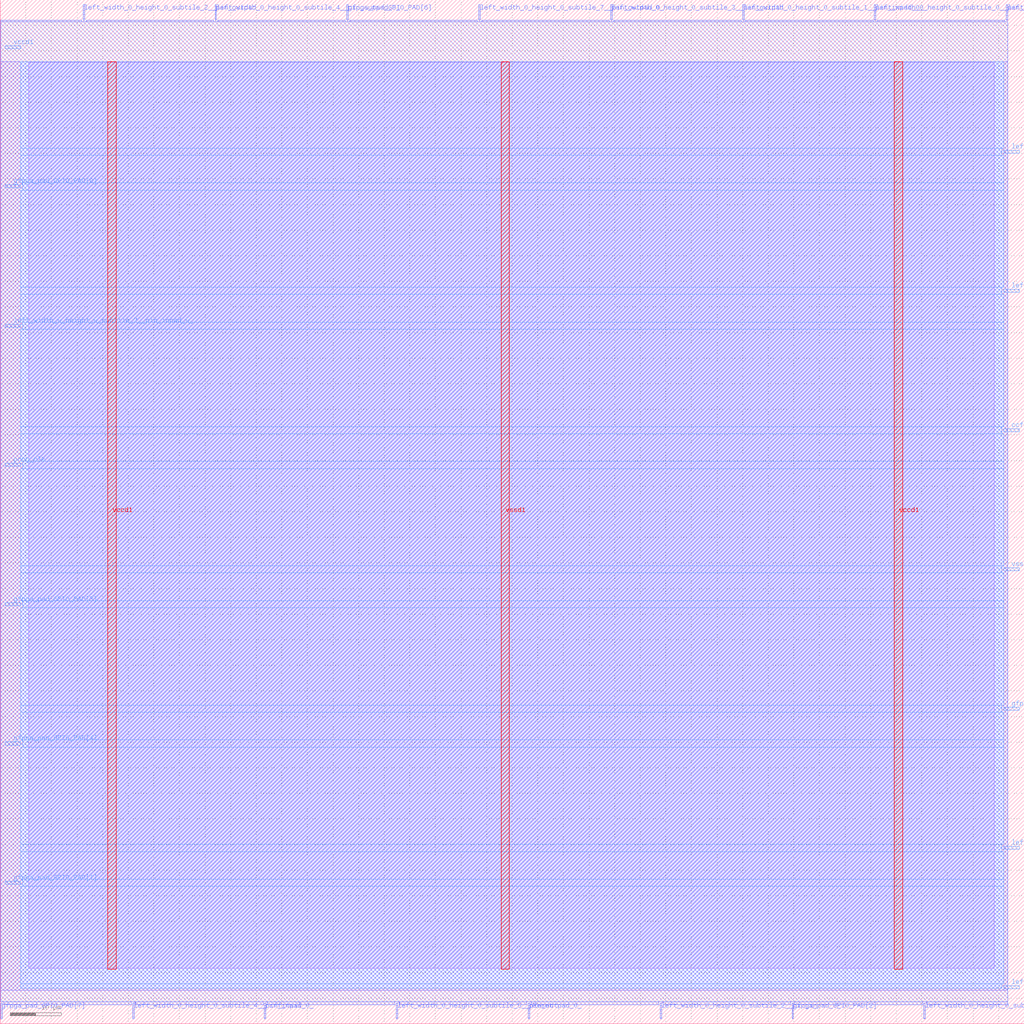
<source format=lef>
VERSION 5.7 ;
  NOWIREEXTENSIONATPIN ON ;
  DIVIDERCHAR "/" ;
  BUSBITCHARS "[]" ;
MACRO grid_io_right
  CLASS BLOCK ;
  FOREIGN grid_io_right ;
  ORIGIN 0.000 0.000 ;
  SIZE 200.000 BY 200.000 ;
  PIN ccff_head
    DIRECTION INPUT ;
    USE SIGNAL ;
    PORT
      LAYER met3 ;
        RECT 196.000 115.640 199.000 116.240 ;
    END
  END ccff_head
  PIN ccff_tail
    DIRECTION OUTPUT TRISTATE ;
    USE SIGNAL ;
    PORT
      LAYER met2 ;
        RECT 51.610 1.000 51.890 4.000 ;
    END
  END ccff_tail
  PIN gfpga_pad_GPIO_PAD[0]
    DIRECTION INOUT ;
    USE SIGNAL ;
    PORT
      LAYER met3 ;
        RECT 1.000 163.240 4.000 163.840 ;
    END
  END gfpga_pad_GPIO_PAD[0]
  PIN gfpga_pad_GPIO_PAD[1]
    DIRECTION INOUT ;
    USE SIGNAL ;
    PORT
      LAYER met3 ;
        RECT 1.000 27.240 4.000 27.840 ;
    END
  END gfpga_pad_GPIO_PAD[1]
  PIN gfpga_pad_GPIO_PAD[2]
    DIRECTION INOUT ;
    USE SIGNAL ;
    PORT
      LAYER met2 ;
        RECT 154.650 1.000 154.930 4.000 ;
    END
  END gfpga_pad_GPIO_PAD[2]
  PIN gfpga_pad_GPIO_PAD[3]
    DIRECTION INOUT ;
    USE SIGNAL ;
    PORT
      LAYER met3 ;
        RECT 1.000 81.640 4.000 82.240 ;
    END
  END gfpga_pad_GPIO_PAD[3]
  PIN gfpga_pad_GPIO_PAD[4]
    DIRECTION INOUT ;
    USE SIGNAL ;
    PORT
      LAYER met3 ;
        RECT 1.000 54.440 4.000 55.040 ;
    END
  END gfpga_pad_GPIO_PAD[4]
  PIN gfpga_pad_GPIO_PAD[5]
    DIRECTION INOUT ;
    USE SIGNAL ;
    PORT
      LAYER met3 ;
        RECT 196.000 61.240 199.000 61.840 ;
    END
  END gfpga_pad_GPIO_PAD[5]
  PIN gfpga_pad_GPIO_PAD[6]
    DIRECTION INOUT ;
    USE SIGNAL ;
    PORT
      LAYER met2 ;
        RECT 67.710 196.000 67.990 199.000 ;
    END
  END gfpga_pad_GPIO_PAD[6]
  PIN gfpga_pad_GPIO_PAD[7]
    DIRECTION INOUT ;
    USE SIGNAL ;
    PORT
      LAYER met2 ;
        RECT 0.090 1.000 0.370 4.000 ;
    END
  END gfpga_pad_GPIO_PAD[7]
  PIN left_width_0_height_0_subtile_0__pin_inpad_0_
    DIRECTION OUTPUT TRISTATE ;
    USE SIGNAL ;
    PORT
      LAYER met2 ;
        RECT 170.750 196.000 171.030 199.000 ;
    END
  END left_width_0_height_0_subtile_0__pin_inpad_0_
  PIN left_width_0_height_0_subtile_0__pin_outpad_0_
    DIRECTION INPUT ;
    USE SIGNAL ;
    PORT
      LAYER met2 ;
        RECT 196.510 196.000 196.790 199.000 ;
    END
  END left_width_0_height_0_subtile_0__pin_outpad_0_
  PIN left_width_0_height_0_subtile_1__pin_inpad_0_
    DIRECTION OUTPUT TRISTATE ;
    USE SIGNAL ;
    PORT
      LAYER met2 ;
        RECT 144.990 196.000 145.270 199.000 ;
    END
  END left_width_0_height_0_subtile_1__pin_inpad_0_
  PIN left_width_0_height_0_subtile_1__pin_outpad_0_
    DIRECTION INPUT ;
    USE SIGNAL ;
    PORT
      LAYER met3 ;
        RECT 196.000 6.840 199.000 7.440 ;
    END
  END left_width_0_height_0_subtile_1__pin_outpad_0_
  PIN left_width_0_height_0_subtile_2__pin_inpad_0_
    DIRECTION OUTPUT TRISTATE ;
    USE SIGNAL ;
    PORT
      LAYER met2 ;
        RECT 128.890 1.000 129.170 4.000 ;
    END
  END left_width_0_height_0_subtile_2__pin_inpad_0_
  PIN left_width_0_height_0_subtile_2__pin_outpad_0_
    DIRECTION INPUT ;
    USE SIGNAL ;
    PORT
      LAYER met2 ;
        RECT 16.190 196.000 16.470 199.000 ;
    END
  END left_width_0_height_0_subtile_2__pin_outpad_0_
  PIN left_width_0_height_0_subtile_3__pin_inpad_0_
    DIRECTION OUTPUT TRISTATE ;
    USE SIGNAL ;
    PORT
      LAYER met2 ;
        RECT 180.410 1.000 180.690 4.000 ;
    END
  END left_width_0_height_0_subtile_3__pin_inpad_0_
  PIN left_width_0_height_0_subtile_3__pin_outpad_0_
    DIRECTION INPUT ;
    USE SIGNAL ;
    PORT
      LAYER met2 ;
        RECT 119.230 196.000 119.510 199.000 ;
    END
  END left_width_0_height_0_subtile_3__pin_outpad_0_
  PIN left_width_0_height_0_subtile_4__pin_inpad_0_
    DIRECTION OUTPUT TRISTATE ;
    USE SIGNAL ;
    PORT
      LAYER met2 ;
        RECT 25.850 1.000 26.130 4.000 ;
    END
  END left_width_0_height_0_subtile_4__pin_inpad_0_
  PIN left_width_0_height_0_subtile_4__pin_outpad_0_
    DIRECTION INPUT ;
    USE SIGNAL ;
    PORT
      LAYER met2 ;
        RECT 41.950 196.000 42.230 199.000 ;
    END
  END left_width_0_height_0_subtile_4__pin_outpad_0_
  PIN left_width_0_height_0_subtile_5__pin_inpad_0_
    DIRECTION OUTPUT TRISTATE ;
    USE SIGNAL ;
    PORT
      LAYER met3 ;
        RECT 196.000 34.040 199.000 34.640 ;
    END
  END left_width_0_height_0_subtile_5__pin_inpad_0_
  PIN left_width_0_height_0_subtile_5__pin_outpad_0_
    DIRECTION INPUT ;
    USE SIGNAL ;
    PORT
      LAYER met2 ;
        RECT 77.370 1.000 77.650 4.000 ;
    END
  END left_width_0_height_0_subtile_5__pin_outpad_0_
  PIN left_width_0_height_0_subtile_6__pin_inpad_0_
    DIRECTION OUTPUT TRISTATE ;
    USE SIGNAL ;
    PORT
      LAYER met3 ;
        RECT 196.000 142.840 199.000 143.440 ;
    END
  END left_width_0_height_0_subtile_6__pin_inpad_0_
  PIN left_width_0_height_0_subtile_6__pin_outpad_0_
    DIRECTION INPUT ;
    USE SIGNAL ;
    PORT
      LAYER met3 ;
        RECT 196.000 170.040 199.000 170.640 ;
    END
  END left_width_0_height_0_subtile_6__pin_outpad_0_
  PIN left_width_0_height_0_subtile_7__pin_inpad_0_
    DIRECTION OUTPUT TRISTATE ;
    USE SIGNAL ;
    PORT
      LAYER met3 ;
        RECT 1.000 136.040 4.000 136.640 ;
    END
  END left_width_0_height_0_subtile_7__pin_inpad_0_
  PIN left_width_0_height_0_subtile_7__pin_outpad_0_
    DIRECTION INPUT ;
    USE SIGNAL ;
    PORT
      LAYER met2 ;
        RECT 93.470 196.000 93.750 199.000 ;
    END
  END left_width_0_height_0_subtile_7__pin_outpad_0_
  PIN pReset
    DIRECTION INPUT ;
    USE SIGNAL ;
    PORT
      LAYER met2 ;
        RECT 103.130 1.000 103.410 4.000 ;
    END
  END pReset
  PIN prog_clk
    DIRECTION INPUT ;
    USE SIGNAL ;
    PORT
      LAYER met3 ;
        RECT 1.000 108.840 4.000 109.440 ;
    END
  END prog_clk
  PIN vccd1
    DIRECTION INOUT ;
    USE SIGNAL ;
    PORT
      LAYER met3 ;
        RECT 1.000 190.440 4.000 191.040 ;
    END
    PORT
      LAYER met4 ;
        RECT 21.040 10.640 22.640 187.920 ;
    END
    PORT
      LAYER met4 ;
        RECT 174.640 10.640 176.240 187.920 ;
    END
  END vccd1
  PIN vssd1
    DIRECTION INOUT ;
    USE SIGNAL ;
    PORT
      LAYER met3 ;
        RECT 196.000 88.440 199.000 89.040 ;
    END
    PORT
      LAYER met4 ;
        RECT 97.840 10.640 99.440 187.920 ;
    END
  END vssd1
  OBS
      LAYER li1 ;
        RECT 5.520 10.795 194.120 187.765 ;
      LAYER met1 ;
        RECT 0.070 6.500 196.810 187.920 ;
      LAYER met2 ;
        RECT 0.100 195.720 15.910 196.000 ;
        RECT 16.750 195.720 41.670 196.000 ;
        RECT 42.510 195.720 67.430 196.000 ;
        RECT 68.270 195.720 93.190 196.000 ;
        RECT 94.030 195.720 118.950 196.000 ;
        RECT 119.790 195.720 144.710 196.000 ;
        RECT 145.550 195.720 170.470 196.000 ;
        RECT 171.310 195.720 196.230 196.000 ;
        RECT 0.100 4.280 196.780 195.720 ;
        RECT 0.650 3.670 25.570 4.280 ;
        RECT 26.410 3.670 51.330 4.280 ;
        RECT 52.170 3.670 77.090 4.280 ;
        RECT 77.930 3.670 102.850 4.280 ;
        RECT 103.690 3.670 128.610 4.280 ;
        RECT 129.450 3.670 154.370 4.280 ;
        RECT 155.210 3.670 180.130 4.280 ;
        RECT 180.970 3.670 196.780 4.280 ;
      LAYER met3 ;
        RECT 4.000 171.040 196.000 187.845 ;
        RECT 4.000 169.640 195.600 171.040 ;
        RECT 4.000 164.240 196.000 169.640 ;
        RECT 4.400 162.840 196.000 164.240 ;
        RECT 4.000 143.840 196.000 162.840 ;
        RECT 4.000 142.440 195.600 143.840 ;
        RECT 4.000 137.040 196.000 142.440 ;
        RECT 4.400 135.640 196.000 137.040 ;
        RECT 4.000 116.640 196.000 135.640 ;
        RECT 4.000 115.240 195.600 116.640 ;
        RECT 4.000 109.840 196.000 115.240 ;
        RECT 4.400 108.440 196.000 109.840 ;
        RECT 4.000 89.440 196.000 108.440 ;
        RECT 4.000 88.040 195.600 89.440 ;
        RECT 4.000 82.640 196.000 88.040 ;
        RECT 4.400 81.240 196.000 82.640 ;
        RECT 4.000 62.240 196.000 81.240 ;
        RECT 4.000 60.840 195.600 62.240 ;
        RECT 4.000 55.440 196.000 60.840 ;
        RECT 4.400 54.040 196.000 55.440 ;
        RECT 4.000 35.040 196.000 54.040 ;
        RECT 4.000 33.640 195.600 35.040 ;
        RECT 4.000 28.240 196.000 33.640 ;
        RECT 4.400 26.840 196.000 28.240 ;
        RECT 4.000 7.840 196.000 26.840 ;
        RECT 4.000 6.975 195.600 7.840 ;
  END
END grid_io_right
END LIBRARY


</source>
